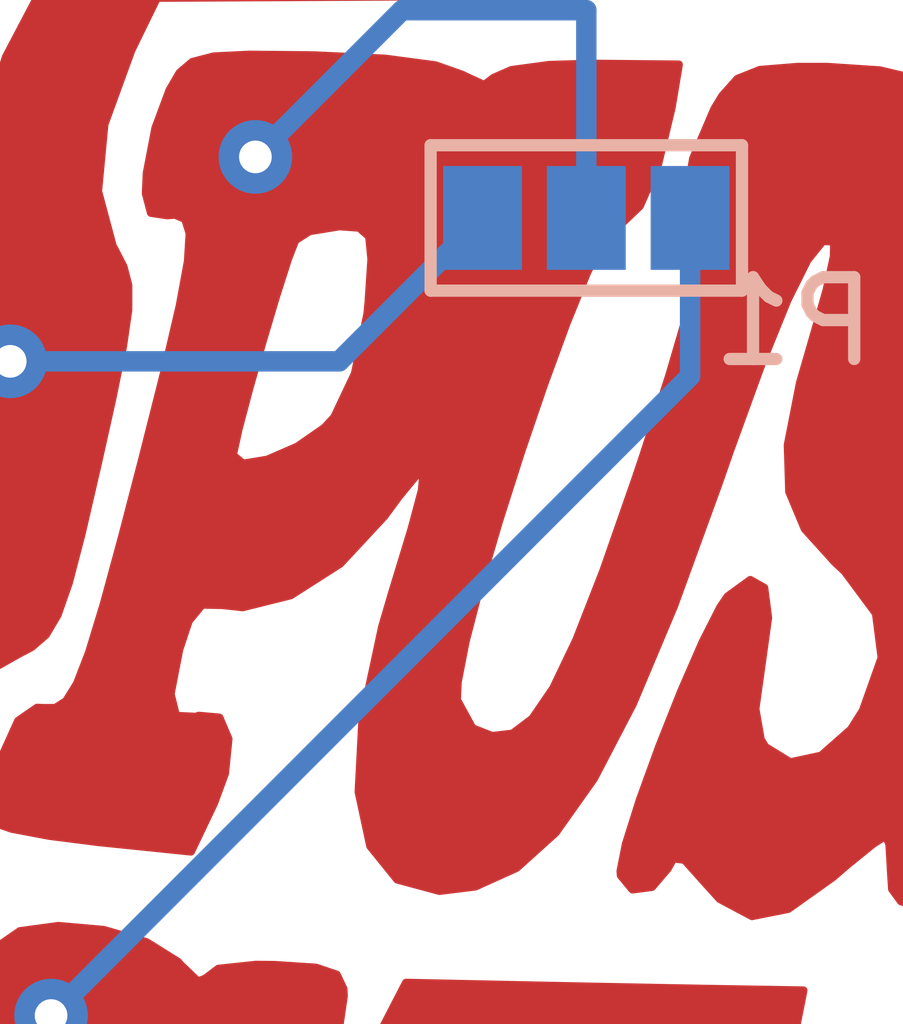
<source format=kicad_pcb>
(kicad_pcb (version 4) (host pcbnew "(2015-05-05 BZR 5645)-product")

  (general
    (links 3)
    (no_connects 0)
    (area 0 0 0 0)
    (thickness 1.6)
    (drawings 0)
    (tracks 7)
    (zones 0)
    (modules 2)
    (nets 4)
  )

  (page A4)
  (layers
    (0 F.Cu signal hide)
    (31 B.Cu signal)
    (32 B.Adhes user)
    (33 F.Adhes user)
    (34 B.Paste user)
    (35 F.Paste user)
    (36 B.SilkS user)
    (37 F.SilkS user)
    (38 B.Mask user)
    (39 F.Mask user)
    (40 Dwgs.User user)
    (41 Cmts.User user)
    (42 Eco1.User user)
    (43 Eco2.User user)
    (44 Edge.Cuts user)
    (45 Margin user)
    (46 B.CrtYd user)
    (47 F.CrtYd user)
    (48 B.Fab user)
    (49 F.Fab user)
  )

  (setup
    (last_trace_width 0.25)
    (trace_clearance 0.2)
    (zone_clearance 0.508)
    (zone_45_only no)
    (trace_min 0.2)
    (segment_width 0.2)
    (edge_width 0.1)
    (via_size 0.6)
    (via_drill 0.4)
    (via_min_size 0.4)
    (via_min_drill 0.3)
    (uvia_size 0.3)
    (uvia_drill 0.1)
    (uvias_allowed no)
    (uvia_min_size 0.2)
    (uvia_min_drill 0.1)
    (pcb_text_width 0.3)
    (pcb_text_size 1.5 1.5)
    (mod_edge_width 0.15)
    (mod_text_size 1 1)
    (mod_text_width 0.15)
    (pad_size 1.5 1.5)
    (pad_drill 0.6)
    (pad_to_mask_clearance 0)
    (aux_axis_origin 0 0)
    (visible_elements FFFFFF7F)
    (pcbplotparams
      (layerselection 0x00030_80000001)
      (usegerberextensions false)
      (excludeedgelayer true)
      (linewidth 0.100000)
      (plotframeref false)
      (viasonmask false)
      (mode 1)
      (useauxorigin false)
      (hpglpennumber 1)
      (hpglpenspeed 20)
      (hpglpendiameter 15)
      (hpglpenoverlay 2)
      (psnegative false)
      (psa4output false)
      (plotreference true)
      (plotvalue true)
      (plotinvisibletext false)
      (padsonsilk false)
      (subtractmaskfromsilk false)
      (outputformat 1)
      (mirror false)
      (drillshape 1)
      (scaleselection 1)
      (outputdirectory ""))
  )

  (net 0 "")
  (net 1 "Net-(P1-Pad1)")
  (net 2 GND)
  (net 3 /antennae)

  (net_class Default "This is the default net class."
    (clearance 0.2)
    (trace_width 0.25)
    (via_dia 0.6)
    (via_drill 0.4)
    (uvia_dia 0.3)
    (uvia_drill 0.1)
    (add_net /antennae)
    (add_net GND)
    (add_net "Net-(P1-Pad1)")
  )

  (module Connect:GS3 (layer B.Cu) (tedit 554B6B2A) (tstamp 554B6AFD)
    (at 146.05 95.25 90)
    (descr "Pontet Goute de soudure")
    (path /554741E4)
    (attr virtual)
    (fp_text reference P1 (at -1.27 2.54 360) (layer B.SilkS)
      (effects (font (size 1 1) (thickness 0.15)) (justify mirror))
    )
    (fp_text value Connector (at -2.54 0 360) (layer B.Fab)
      (effects (font (size 1 1) (thickness 0.15)) (justify mirror))
    )
    (fp_line (start -0.889 1.905) (end -0.889 -1.905) (layer B.SilkS) (width 0.15))
    (fp_line (start -0.889 -1.905) (end 0.889 -1.905) (layer B.SilkS) (width 0.15))
    (fp_line (start 0.889 -1.905) (end 0.889 1.905) (layer B.SilkS) (width 0.15))
    (fp_line (start -0.889 1.905) (end 0.889 1.905) (layer B.SilkS) (width 0.15))
    (pad 1 smd rect (at 0 1.27 90) (size 1.27 0.9652) (layers B.Cu B.Paste B.Mask)
      (net 1 "Net-(P1-Pad1)"))
    (pad 2 smd rect (at 0 0 90) (size 1.27 0.9652) (layers B.Cu B.Paste B.Mask)
      (net 2 GND))
    (pad 3 smd rect (at 0 -1.27 90) (size 1.27 0.9652) (layers B.Cu B.Paste B.Mask)
      (net 3 /antennae))
  )

  (module PushPull:pushPullThumbPad-Cu-final (layer F.Cu) (tedit 554B64F7) (tstamp 554B6B04)
    (at 148.5011 105.0036)
    (descr CapSense)
    (tags CapSense)
    (path /554B65CC)
    (fp_text reference P2 (at 15.5 -13.5) (layer F.SilkS) hide
      (effects (font (thickness 0.3)))
    )
    (fp_text value CapSense (at 11 11) (layer F.SilkS) hide
      (effects (font (thickness 0.3)))
    )
    (fp_poly (pts (xy 13.164155 -11.102936) (xy 13.153558 -10.612931) (xy 13.052071 -10.260292) (xy 12.819358 -9.654641)
      (xy 12.476742 -8.845332) (xy 12.045544 -7.881719) (xy 11.66867 -7.073802) (xy 11.66867 -10.890486)
      (xy 11.653096 -11.51555) (xy 11.429607 -12.033211) (xy 10.993274 -12.379711) (xy 10.783159 -12.450269)
      (xy 10.547282 -12.466431) (xy 10.005447 -12.479927) (xy 9.190353 -12.49061) (xy 8.134699 -12.498333)
      (xy 6.871186 -12.502948) (xy 5.432511 -12.504307) (xy 3.851375 -12.502262) (xy 2.160476 -12.496665)
      (xy 1.354667 -12.492857) (xy -7.704666 -12.446) (xy -8.017959 -11.804693) (xy -8.347663 -10.898781)
      (xy -8.425473 -10.080163) (xy -8.246162 -9.410083) (xy -8.225535 -9.373219) (xy -8.11373 -9.155915)
      (xy -8.055351 -8.930513) (xy -8.055421 -8.630844) (xy -8.118965 -8.190741) (xy -8.251005 -7.544035)
      (xy -8.422912 -6.773333) (xy -8.625489 -5.896753) (xy -8.78321 -5.291742) (xy -8.920994 -4.898473)
      (xy -9.063765 -4.657115) (xy -9.236443 -4.507839) (xy -9.403651 -4.418859) (xy -9.78768 -4.201989)
      (xy -10.018983 -4.007824) (xy -10.021818 -4.003624) (xy -10.150491 -3.654075) (xy -10.23712 -3.141558)
      (xy -10.271617 -2.597754) (xy -10.243894 -2.154345) (xy -10.177727 -1.968694) (xy -10.108814 -1.740261)
      (xy -10.183198 -1.342605) (xy -10.412638 -0.713247) (xy -10.415149 -0.707065) (xy -10.696614 0.073005)
      (xy -10.824227 0.637022) (xy -10.793299 0.955172) (xy -10.686117 1.016) (xy -10.505036 1.124453)
      (xy -10.429602 1.468976) (xy -10.458501 2.078317) (xy -10.59042 2.981225) (xy -10.595105 3.008258)
      (xy -10.809858 3.982886) (xy -11.070588 4.741532) (xy -11.251178 5.08) (xy -11.645528 5.766665)
      (xy -11.794452 6.328758) (xy -11.71739 6.852755) (xy -11.674867 6.964715) (xy -11.411634 7.334717)
      (xy -10.982162 7.692404) (xy -10.480995 7.985537) (xy -10.002678 8.161877) (xy -9.641757 8.169184)
      (xy -9.568196 8.128716) (xy -9.36354 8.050086) (xy -9.242078 8.255079) (xy -9.180963 8.380597)
      (xy -9.057521 8.514086) (xy -8.840965 8.671054) (xy -8.500506 8.867012) (xy -8.005355 9.117472)
      (xy -7.324725 9.437944) (xy -6.427827 9.843937) (xy -5.283873 10.350964) (xy -3.862074 10.974535)
      (xy -3.725333 11.034323) (xy -2.653806 11.495277) (xy -1.671202 11.903828) (xy -0.824224 12.241693)
      (xy -0.159572 12.490586) (xy 0.276051 12.632225) (xy 0.420976 12.657619) (xy 0.674786 12.502832)
      (xy 1.068694 12.11279) (xy 1.557015 11.535399) (xy 1.833852 11.176) (xy 2.66477 10.030067)
      (xy 3.272513 9.103244) (xy 3.666778 8.368741) (xy 3.85726 7.799768) (xy 3.853655 7.369536)
      (xy 3.66566 7.051254) (xy 3.395076 6.862348) (xy 2.941106 6.679237) (xy 2.558403 6.604)
      (xy 2.276039 6.564098) (xy 2.166565 6.413776) (xy 2.235985 6.107109) (xy 2.490303 5.598172)
      (xy 2.748068 5.153173) (xy 3.148901 4.494194) (xy 3.439294 4.081323) (xy 3.675098 3.865643)
      (xy 3.912166 3.798233) (xy 4.206352 3.830176) (xy 4.249042 3.838541) (xy 4.522873 3.853368)
      (xy 4.768925 3.736253) (xy 5.062955 3.43259) (xy 5.380308 3.023103) (xy 6.075223 1.995862)
      (xy 6.519783 1.118075) (xy 6.707132 0.407234) (xy 6.630411 -0.119167) (xy 6.619972 -0.139491)
      (xy 6.566873 -0.430464) (xy 6.77988 -0.642124) (xy 7.242989 -1.119539) (xy 7.522141 -1.816017)
      (xy 7.585845 -2.648214) (xy 7.577521 -2.753187) (xy 7.558762 -3.114038) (xy 7.591052 -3.462304)
      (xy 7.695049 -3.864191) (xy 7.891407 -4.385908) (xy 8.200784 -5.093663) (xy 8.532927 -5.815478)
      (xy 8.976848 -6.768292) (xy 9.309738 -7.466191) (xy 9.563873 -7.961113) (xy 9.771529 -8.304995)
      (xy 9.964983 -8.549774) (xy 10.17651 -8.747388) (xy 10.438386 -8.949774) (xy 10.51717 -9.008443)
      (xy 11.09578 -9.573176) (xy 11.481256 -10.221776) (xy 11.66867 -10.890486) (xy 11.66867 -7.073802)
      (xy 11.547085 -6.813155) (xy 11.202139 -6.096) (xy 9.721542 -2.990554) (xy 8.262452 0.191995)
      (xy 6.866386 3.357754) (xy 5.574862 6.412831) (xy 4.575522 8.89) (xy 4.154233 9.945798)
      (xy 3.754599 10.918086) (xy 3.399122 11.754376) (xy 3.110305 12.402181) (xy 2.910651 12.809012)
      (xy 2.857574 12.897133) (xy 2.329243 13.40491) (xy 1.613898 13.785229) (xy 0.828594 13.997909)
      (xy 0.090385 14.002772) (xy -0.169333 13.936146) (xy -0.439434 13.825735) (xy -0.972791 13.597081)
      (xy -1.723626 13.270483) (xy -2.646163 12.866237) (xy -3.694624 12.404642) (xy -4.823232 11.905997)
      (xy -5.986209 11.390598) (xy -7.137779 10.878744) (xy -8.232163 10.390733) (xy -9.223586 9.946862)
      (xy -10.066268 9.56743) (xy -10.714434 9.272735) (xy -11.122306 9.083075) (xy -11.201628 9.044354)
      (xy -11.846738 8.671872) (xy -12.325225 8.261607) (xy -12.65109 7.765444) (xy -12.83833 7.135266)
      (xy -12.900947 6.322956) (xy -12.852939 5.280399) (xy -12.708305 3.959479) (xy -12.699982 3.894528)
      (xy -12.486289 2.370355) (xy -12.220221 0.690053) (xy -11.912865 -1.09136) (xy -11.575307 -2.918864)
      (xy -11.218632 -4.737442) (xy -10.853929 -6.492075) (xy -10.492282 -8.127744) (xy -10.144778 -9.589431)
      (xy -9.822504 -10.822117) (xy -9.553942 -11.718438) (xy -9.103979 -12.573373) (xy -8.410647 -13.253961)
      (xy -7.551127 -13.686892) (xy -7.451035 -13.715901) (xy -7.103779 -13.762955) (xy -6.44335 -13.800734)
      (xy -5.46565 -13.829296) (xy -4.166578 -13.848697) (xy -2.542035 -13.858996) (xy -0.587922 -13.860249)
      (xy 1.699861 -13.852512) (xy 2.173441 -13.850026) (xy 11.116507 -13.800667) (xy 11.803072 -13.346173)
      (xy 12.479363 -12.728097) (xy 12.948659 -11.948775) (xy 13.164155 -11.102936) (xy 13.164155 -11.102936)) (layer F.Cu) (width 0.1))
    (fp_poly (pts (xy 5.997868 0.493138) (xy 5.784244 1.044954) (xy 5.77203 1.070307) (xy 5.272806 1.883984)
      (xy 4.679769 2.502179) (xy 4.050436 2.874916) (xy 3.593303 2.963333) (xy 3.339162 2.974404)
      (xy 3.128595 3.037552) (xy 2.918829 3.197676) (xy 2.667092 3.499677) (xy 2.330613 3.988457)
      (xy 1.866619 4.708915) (xy 1.738285 4.910667) (xy 1.193389 5.773415) (xy 0.632011 6.671626)
      (xy 0.121242 7.497436) (xy -0.262833 8.128) (xy -1.0261 9.398) (xy -0.663624 9.694333)
      (xy -0.270219 9.936885) (xy 0.094372 9.959766) (xy 0.471392 9.739719) (xy 0.902085 9.25349)
      (xy 1.390834 8.53593) (xy 1.779461 8.054935) (xy 2.220003 7.700375) (xy 2.637679 7.513264)
      (xy 2.957707 7.534612) (xy 3.051275 7.625298) (xy 3.075012 7.968658) (xy 2.86013 8.478908)
      (xy 2.429616 9.107865) (xy 2.226865 9.353381) (xy 1.873711 9.785108) (xy 1.427982 10.359343)
      (xy 1.039357 10.879667) (xy 0.617352 11.399733) (xy 0.257483 11.736069) (xy 0.036992 11.835153)
      (xy -0.264052 11.743672) (xy -0.732623 11.52714) (xy -1.100666 11.327172) (xy -1.773645 10.986042)
      (xy -2.515158 10.679273) (xy -2.83403 10.572006) (xy -3.456682 10.349527) (xy -4.201699 10.032338)
      (xy -4.836001 9.725321) (xy -5.411705 9.441398) (xy -5.890617 9.234352) (xy -6.177664 9.144911)
      (xy -6.192971 9.144) (xy -6.380137 9.009319) (xy -6.426424 8.682711) (xy -6.331596 8.280332)
      (xy -6.195205 8.034579) (xy -5.897629 7.77591) (xy -5.674432 7.705881) (xy -5.55239 7.665014)
      (xy -5.412231 7.520919) (xy -5.237421 7.239826) (xy -5.011428 6.787961) (xy -4.717721 6.131553)
      (xy -4.339767 5.23683) (xy -3.861034 4.07002) (xy -3.697663 3.667723) (xy -3.427366 2.979467)
      (xy -3.222411 2.41562) (xy -3.106376 2.043867) (xy -3.092674 1.930881) (xy -3.289986 1.911519)
      (xy -3.670156 1.961749) (xy -3.68843 1.965352) (xy -3.881614 2.017569) (xy -4.04686 2.117844)
      (xy -4.209109 2.310897) (xy -4.393302 2.641444) (xy -4.624381 3.154206) (xy -4.927285 3.893899)
      (xy -5.324207 4.898243) (xy -5.833441 6.149476) (xy -6.268407 7.10713) (xy -6.649549 7.802781)
      (xy -6.99731 8.268006) (xy -7.332133 8.534378) (xy -7.674462 8.633474) (xy -7.74417 8.636)
      (xy -8.17833 8.549486) (xy -8.462237 8.275269) (xy -8.59698 7.791335) (xy -8.583647 7.075669)
      (xy -8.423327 6.106256) (xy -8.117107 4.861084) (xy -7.958666 4.296994) (xy -7.716021 3.430621)
      (xy -7.513479 2.658872) (xy -7.368056 2.050389) (xy -7.296771 1.673816) (xy -7.292477 1.609735)
      (xy -7.335061 1.570519) (xy -7.434784 1.80806) (xy -7.550825 2.201333) (xy -7.874601 3.224158)
      (xy -8.243999 4.058068) (xy -8.30593 4.153345) (xy -8.30593 1.419303) (xy -8.438819 1.086327)
      (xy -8.610006 1.016) (xy -8.791214 1.081839) (xy -8.940472 1.320604) (xy -9.087156 1.794165)
      (xy -9.191404 2.240637) (xy -9.325183 2.931781) (xy -9.358365 3.354387) (xy -9.293918 3.56236)
      (xy -9.265411 3.585618) (xy -8.975637 3.599525) (xy -8.701475 3.308617) (xy -8.474158 2.746382)
      (xy -8.47051 2.733338) (xy -8.31523 1.983866) (xy -8.30593 1.419303) (xy -8.30593 4.153345)
      (xy -8.63377 4.657708) (xy -9.018665 4.977722) (xy -9.114065 5.009362) (xy -9.53187 5.1072)
      (xy -9.779 5.173495) (xy -9.92647 5.351784) (xy -9.986646 5.667646) (xy -9.952459 5.967037)
      (xy -9.821333 6.096) (xy -9.70249 6.238387) (xy -9.658605 6.5731) (xy -9.692986 6.961462)
      (xy -9.793979 7.242872) (xy -10.031771 7.345338) (xy -10.405087 7.275147) (xy -10.796989 7.08538)
      (xy -11.090534 6.829114) (xy -11.176 6.615577) (xy -11.102862 6.119385) (xy -10.912885 5.812426)
      (xy -10.764084 5.757333) (xy -10.640744 5.595335) (xy -10.477055 5.131155) (xy -10.283016 4.397513)
      (xy -10.104177 3.598333) (xy -9.880301 2.497021) (xy -9.736279 1.692699) (xy -9.669247 1.153951)
      (xy -9.676342 0.849356) (xy -9.754699 0.747497) (xy -9.847122 0.777938) (xy -9.938143 0.713091)
      (xy -9.953442 0.420801) (xy -9.904914 0.00076) (xy -9.804458 -0.447339) (xy -9.663972 -0.823803)
      (xy -9.653593 -0.843689) (xy -9.381477 -1.031549) (xy -8.912005 -1.095469) (xy -8.358234 -1.046933)
      (xy -7.833222 -0.897427) (xy -7.450023 -0.658434) (xy -7.412098 -0.615992) (xy -7.203988 -0.417378)
      (xy -7.115765 -0.448913) (xy -6.95273 -0.571904) (xy -6.493558 -0.620342) (xy -6.265517 -0.618246)
      (xy -5.758179 -0.584929) (xy -5.505291 -0.49982) (xy -5.422925 -0.32512) (xy -5.418851 -0.236935)
      (xy -5.50393 0.339904) (xy -5.719292 0.941561) (xy -6.004323 1.414301) (xy -6.113142 1.524)
      (xy -6.284035 1.785956) (xy -6.512074 2.30239) (xy -6.773662 2.998878) (xy -7.0452 3.800998)
      (xy -7.30309 4.634326) (xy -7.523733 5.42444) (xy -7.683532 6.096916) (xy -7.758887 6.577333)
      (xy -7.75867 6.713556) (xy -7.628599 7.12354) (xy -7.397392 7.216943) (xy -7.103025 6.985966)
      (xy -7.016961 6.865935) (xy -6.778427 6.414445) (xy -6.499516 5.752311) (xy -6.204587 4.955496)
      (xy -5.917998 4.09996) (xy -5.664106 3.261667) (xy -5.467271 2.51658) (xy -5.351849 1.940659)
      (xy -5.337789 1.629313) (xy -5.315303 1.039084) (xy -5.04506 0.350029) (xy -4.656666 -0.400609)
      (xy -3.217333 -0.370066) (xy -2.390376 -0.353122) (xy -1.545265 -0.336782) (xy -0.85045 -0.324291)
      (xy -0.786341 -0.323224) (xy 0.205318 -0.306925) (xy 0.09947 0.227537) (xy -0.054563 0.689627)
      (xy -0.325248 1.255314) (xy -0.480833 1.524) (xy -0.799256 1.982879) (xy -1.062314 2.200216)
      (xy -1.355738 2.242346) (xy -1.40372 2.238081) (xy -1.575968 2.237403) (xy -1.736697 2.297873)
      (xy -1.906424 2.453994) (xy -2.105667 2.740271) (xy -2.354943 3.191206) (xy -2.674771 3.841302)
      (xy -3.085669 4.725062) (xy -3.608154 5.876989) (xy -3.73485 6.15814) (xy -4.10174 6.979306)
      (xy -4.341882 7.547847) (xy -4.469493 7.919073) (xy -4.498791 8.148295) (xy -4.443993 8.290822)
      (xy -4.319317 8.401963) (xy -4.312855 8.406701) (xy -3.961177 8.583246) (xy -3.650438 8.52627)
      (xy -3.333707 8.206541) (xy -2.964051 7.594829) (xy -2.941459 7.552522) (xy -2.501819 6.821634)
      (xy -2.128403 6.413574) (xy -1.812564 6.320884) (xy -1.634891 6.425375) (xy -1.568628 6.617383)
      (xy -1.654737 6.958888) (xy -1.910156 7.508523) (xy -1.994657 7.670589) (xy -2.317219 8.296573)
      (xy -2.485985 8.683752) (xy -2.51385 8.888125) (xy -2.413705 8.965694) (xy -2.294893 8.974667)
      (xy -2.150659 8.834796) (xy -1.875572 8.45053) (xy -1.500765 7.87489) (xy -1.057372 7.160894)
      (xy -0.576527 6.361562) (xy -0.089363 5.529914) (xy 0.372986 4.71897) (xy 0.779387 3.981749)
      (xy 1.098705 3.371271) (xy 1.299808 2.940555) (xy 1.354667 2.759567) (xy 1.219185 2.563057)
      (xy 1.11066 2.54) (xy 0.862218 2.478745) (xy 0.791934 2.266104) (xy 0.90286 1.858762)
      (xy 1.198047 1.213402) (xy 1.205089 1.199294) (xy 1.600363 0.475617) (xy 1.958256 0.02985)
      (xy 2.351268 -0.180441) (xy 2.851898 -0.197691) (xy 3.412989 -0.093024) (xy 4.104464 0.020653)
      (xy 4.805716 0.061689) (xy 5.126589 0.046136) (xy 5.691919 0.030033) (xy 5.974719 0.166932)
      (xy 5.997868 0.493138) (xy 5.997868 0.493138)) (layer F.Cu) (width 0.1))
    (fp_poly (pts (xy 11.037123 -11.599333) (xy 10.946748 -11.042056) (xy 10.761995 -10.404967) (xy 10.457815 -9.847267)
      (xy 10.093983 -9.454843) (xy 9.74359 -9.313333) (xy 9.364578 -9.227886) (xy 9.187779 -9.101667)
      (xy 9.043224 -8.852795) (xy 8.798127 -8.362512) (xy 8.479306 -7.690842) (xy 8.113576 -6.897808)
      (xy 7.727753 -6.043434) (xy 7.348654 -5.187743) (xy 7.003096 -4.390759) (xy 6.717893 -3.712505)
      (xy 6.519863 -3.213005) (xy 6.435822 -2.952281) (xy 6.434667 -2.939297) (xy 6.540916 -2.752332)
      (xy 6.688667 -2.770569) (xy 6.891192 -2.74156) (xy 6.939065 -2.486791) (xy 6.837769 -2.078915)
      (xy 6.600574 -1.603122) (xy 6.27011 -1.151876) (xy 5.945016 -0.966074) (xy 5.510391 -0.994568)
      (xy 5.334 -1.039319) (xy 4.874638 -1.112143) (xy 4.531182 -1.087054) (xy 4.198995 -1.055342)
      (xy 4.077991 -1.09202) (xy 3.987865 -1.324287) (xy 4.070465 -1.719157) (xy 4.285943 -2.175588)
      (xy 4.594457 -2.592538) (xy 4.715755 -2.709333) (xy 5.18318 -3.243418) (xy 5.627825 -3.975083)
      (xy 5.9687 -4.768283) (xy 6.001017 -4.868333) (xy 6.04583 -5.10068) (xy 5.939866 -5.212348)
      (xy 5.607555 -5.24711) (xy 5.343276 -5.249333) (xy 4.910667 -5.249333) (xy 4.910667 -9.229944)
      (xy 4.777468 -9.417792) (xy 4.55368 -9.426062) (xy 4.227248 -9.218108) (xy 3.867586 -8.684264)
      (xy 3.749346 -8.453458) (xy 3.436562 -7.910796) (xy 3.158395 -7.599255) (xy 2.951204 -7.535689)
      (xy 2.851347 -7.736952) (xy 2.864626 -8.043333) (xy 2.947171 -8.781736) (xy 2.939154 -9.250473)
      (xy 2.829586 -9.509068) (xy 2.607475 -9.617043) (xy 2.573013 -9.622666) (xy 2.11047 -9.569166)
      (xy 1.75927 -9.238009) (xy 1.51278 -8.686668) (xy 1.413746 -8.331907) (xy 1.437568 -8.077698)
      (xy 1.62846 -7.814521) (xy 2.012118 -7.449775) (xy 2.424557 -7.038724) (xy 2.632309 -6.699362)
      (xy 2.701609 -6.300164) (xy 2.705314 -6.073229) (xy 2.635463 -5.507197) (xy 2.459175 -4.814317)
      (xy 2.282765 -4.318) (xy 2.03066 -3.692238) (xy 1.90602 -3.315193) (xy 1.903475 -3.124059)
      (xy 2.017653 -3.056025) (xy 2.174153 -3.048) (xy 2.467059 -3.191451) (xy 2.698922 -3.513667)
      (xy 2.926002 -4.033508) (xy 3.214103 -4.728213) (xy 3.539047 -5.535297) (xy 3.876657 -6.392272)
      (xy 4.202756 -7.236652) (xy 4.493165 -8.005949) (xy 4.723709 -8.637677) (xy 4.870208 -9.069349)
      (xy 4.910667 -9.229944) (xy 4.910667 -5.249333) (xy 4.56773 -5.249333) (xy 4.146532 -4.29693)
      (xy 3.868042 -3.621869) (xy 3.746529 -3.188975) (xy 3.773151 -2.945117) (xy 3.905232 -2.846923)
      (xy 3.996434 -2.679) (xy 3.893446 -2.282788) (xy 3.623237 -1.710196) (xy 3.2958 -1.391384)
      (xy 2.816228 -1.268846) (xy 2.23064 -1.275253) (xy 1.686787 -1.320881) (xy 1.40055 -1.39722)
      (xy 1.291062 -1.546096) (xy 1.276675 -1.768648) (xy 1.258456 -2.09162) (xy 1.214363 -2.201333)
      (xy 1.057571 -2.09988) (xy 0.740739 -1.843346) (xy 0.566796 -1.693333) (xy 0.020556 -1.304804)
      (xy -0.423891 -1.216329) (xy -0.817691 -1.425797) (xy -1.001392 -1.628556) (xy -1.248716 -1.904809)
      (xy -1.386457 -1.922213) (xy -1.455132 -1.79789) (xy -1.647895 -1.572993) (xy -1.886216 -1.542164)
      (xy -2.027777 -1.713162) (xy -2.032 -1.766448) (xy -1.966941 -2.094885) (xy -1.796669 -2.634796)
      (xy -1.55854 -3.29046) (xy -1.289911 -3.966155) (xy -1.028138 -4.566161) (xy -0.810578 -4.994756)
      (xy -0.721278 -5.124998) (xy -0.444375 -5.326227) (xy -0.274507 -5.230127) (xy -0.227027 -4.865392)
      (xy -0.300174 -4.337933) (xy -0.382406 -3.750278) (xy -0.317374 -3.377329) (xy -0.262194 -3.28457)
      (xy 0.045178 -3.096239) (xy 0.423049 -3.177773) (xy 0.787102 -3.497829) (xy 0.933191 -3.728925)
      (xy 1.162912 -4.375185) (xy 1.093239 -4.91758) (xy 0.709492 -5.434286) (xy 0.592667 -5.542393)
      (xy 0.222591 -5.950957) (xy 0.03208 -6.405559) (xy 0.014497 -6.976822) (xy 0.163202 -7.735373)
      (xy 0.331824 -8.317312) (xy 0.489107 -8.8709) (xy 0.578618 -9.28474) (xy 0.581792 -9.465319)
      (xy 0.442012 -9.471453) (xy 0.254165 -9.238382) (xy 0.00856 -8.745828) (xy -0.304496 -7.973514)
      (xy -0.694694 -6.901163) (xy -0.831493 -6.508523) (xy -1.378623 -5.006415) (xy -1.88157 -3.811204)
      (xy -2.358191 -2.896852) (xy -2.826343 -2.237322) (xy -3.303883 -1.806574) (xy -3.808667 -1.578571)
      (xy -4.249422 -1.524633) (xy -4.764117 -1.663806) (xy -5.094032 -2.072309) (xy -5.236599 -2.734005)
      (xy -5.189251 -3.632752) (xy -4.949421 -4.75241) (xy -4.828518 -5.164667) (xy -4.591438 -5.942503)
      (xy -4.462388 -6.423922) (xy -4.44386 -6.634308) (xy -4.538348 -6.599049) (xy -4.748341 -6.343527)
      (xy -4.921166 -6.108379) (xy -5.080013 -5.937643) (xy -5.080013 -9.247908) (xy -5.107583 -9.527447)
      (xy -5.229896 -9.634672) (xy -5.472371 -9.652) (xy -5.839751 -9.591606) (xy -6.012773 -9.480336)
      (xy -6.100938 -9.253057) (xy -6.244665 -8.803717) (xy -6.413746 -8.236831) (xy -6.577973 -7.656915)
      (xy -6.707138 -7.168485) (xy -6.771034 -6.876057) (xy -6.773333 -6.848896) (xy -6.650716 -6.747986)
      (xy -6.353068 -6.797326) (xy -5.985699 -6.957152) (xy -5.653915 -7.187701) (xy -5.534594 -7.316644)
      (xy -5.282072 -7.849441) (xy -5.128967 -8.580992) (xy -5.115878 -8.713644) (xy -5.080013 -9.247908)
      (xy -5.080013 -5.937643) (xy -5.462418 -5.526615) (xy -6.06871 -5.139644) (xy -6.656634 -4.993231)
      (xy -6.903476 -5.020687) (xy -7.152148 -5.025671) (xy -7.315748 -4.826656) (xy -7.431809 -4.47737)
      (xy -7.537825 -3.932742) (xy -7.471737 -3.664199) (xy -7.228009 -3.652952) (xy -7.192671 -3.665631)
      (xy -6.941044 -3.643191) (xy -6.829895 -3.382838) (xy -6.872419 -2.960498) (xy -7.006819 -2.596173)
      (xy -7.28835 -2.005796) (xy -8.427842 -2.12252) (xy -9.023563 -2.198541) (xy -9.481524 -2.28473)
      (xy -9.699398 -2.360821) (xy -9.733052 -2.58267) (xy -9.657281 -2.990211) (xy -9.609845 -3.146198)
      (xy -9.402772 -3.6033) (xy -9.172092 -3.76332) (xy -9.096556 -3.760192) (xy -8.946962 -3.760667)
      (xy -8.814726 -3.845877) (xy -8.683239 -4.057583) (xy -8.535891 -4.437546) (xy -8.356071 -5.027526)
      (xy -8.127171 -5.869282) (xy -7.880944 -6.816515) (xy -7.609345 -7.891071) (xy -7.425476 -8.680226)
      (xy -7.325194 -9.224546) (xy -7.304357 -9.564595) (xy -7.358822 -9.74094) (xy -7.484447 -9.794146)
      (xy -7.577666 -9.786423) (xy -7.777675 -9.816081) (xy -7.839827 -10.052509) (xy -7.829247 -10.300088)
      (xy -7.722611 -10.853608) (xy -7.550499 -11.316088) (xy -7.426137 -11.528975) (xy -7.271699 -11.660314)
      (xy -7.012507 -11.727908) (xy -6.57388 -11.749557) (xy -5.881139 -11.743065) (xy -5.767688 -11.741067)
      (xy -4.913313 -11.700963) (xy -4.295811 -11.619168) (xy -3.964676 -11.502335) (xy -3.959198 -11.497956)
      (xy -3.69961 -11.378276) (xy -3.585427 -11.466135) (xy -3.365823 -11.561865) (xy -2.90652 -11.623922)
      (xy -2.395303 -11.639437) (xy -1.319272 -11.629047) (xy -1.406773 -11.10619) (xy -1.575289 -10.399009)
      (xy -1.797293 -9.898276) (xy -2.04453 -9.662624) (xy -2.107562 -9.652) (xy -2.240962 -9.499216)
      (xy -2.443159 -9.082846) (xy -2.693202 -8.465863) (xy -2.97014 -7.711239) (xy -3.253024 -6.881947)
      (xy -3.520901 -6.040959) (xy -3.752822 -5.251248) (xy -3.927835 -4.575788) (xy -4.024992 -4.077549)
      (xy -4.03447 -3.860165) (xy -3.844618 -3.512466) (xy -3.602661 -3.41779) (xy -3.353183 -3.447091)
      (xy -3.110282 -3.63072) (xy -2.856029 -4.001927) (xy -2.572494 -4.593962) (xy -2.241746 -5.440073)
      (xy -1.845857 -6.57351) (xy -1.755305 -6.843534) (xy -1.437887 -7.820416) (xy -1.230527 -8.528066)
      (xy -1.122536 -9.013665) (xy -1.103225 -9.324391) (xy -1.154355 -9.495989) (xy -1.241907 -9.911772)
      (xy -1.143628 -10.480243) (xy -0.883306 -11.088088) (xy -0.786916 -11.246405) (xy -0.601299 -11.453943)
      (xy -0.327535 -11.562989) (xy 0.132128 -11.600443) (xy 0.499047 -11.600279) (xy 1.142754 -11.5578)
      (xy 1.560502 -11.458303) (xy 1.674203 -11.376287) (xy 1.83862 -11.280806) (xy 2.124661 -11.421876)
      (xy 2.241145 -11.509637) (xy 2.799247 -11.817824) (xy 3.281377 -11.833004) (xy 3.640784 -11.560978)
      (xy 3.759112 -11.321225) (xy 3.944606 -10.789116) (xy 4.179044 -11.236558) (xy 4.416075 -11.536193)
      (xy 4.679731 -11.682589) (xy 4.871331 -11.639581) (xy 4.910667 -11.504673) (xy 5.016782 -11.415084)
      (xy 5.122334 -11.459747) (xy 5.391399 -11.52869) (xy 5.888932 -11.578073) (xy 6.477 -11.596741)
      (xy 7.087467 -11.587851) (xy 7.432701 -11.543839) (xy 7.585832 -11.443914) (xy 7.62 -11.271796)
      (xy 7.533557 -10.837611) (xy 7.316387 -10.322912) (xy 7.031734 -9.842473) (xy 6.74284 -9.511064)
      (xy 6.607639 -9.434554) (xy 6.403773 -9.31463) (xy 6.190588 -9.030271) (xy 5.938556 -8.530598)
      (xy 5.618153 -7.764731) (xy 5.574098 -7.653513) (xy 5.502915 -7.425912) (xy 5.571573 -7.317304)
      (xy 5.850395 -7.29404) (xy 6.281856 -7.314847) (xy 7.14337 -7.366) (xy 7.53209 -8.287606)
      (xy 7.751589 -8.875881) (xy 7.81242 -9.257254) (xy 7.738392 -9.501311) (xy 7.656727 -9.79506)
      (xy 7.753738 -10.211351) (xy 7.868144 -10.485679) (xy 8.145155 -11.023002) (xy 8.442884 -11.35158)
      (xy 8.852329 -11.522123) (xy 9.464488 -11.585338) (xy 9.854271 -11.592431) (xy 11.037123 -11.599333)
      (xy 11.037123 -11.599333)) (layer F.Cu) (width 0.1))
    (pad 2 thru_hole circle (at -6.5 -10.5) (size 0.9 0.9) (drill 0.4) (layers *.Cu B.Mask)
      (net 2 GND))
    (pad 1 thru_hole circle (at -9.5 -8) (size 0.9 0.9) (drill 0.4) (layers *.Cu B.Mask)
      (net 3 /antennae))
    (pad 3 thru_hole circle (at -9 0) (size 0.9 0.9) (drill 0.4) (layers *.Cu B.Mask)
      (net 1 "Net-(P1-Pad1)"))
  )

  (segment (start 147.32 95.25) (end 147.32 97.1847) (width 0.25) (layer B.Cu) (net 1) (status 400000))
  (segment (start 147.32 97.1847) (end 139.5011 105.0036) (width 0.25) (layer B.Cu) (net 1) (tstamp 554B6C7A) (status 800000))
  (segment (start 146.05 95.25) (end 146.05 92.71) (width 0.25) (layer B.Cu) (net 2))
  (segment (start 143.7947 92.71) (end 142.0011 94.5036) (width 0.25) (layer B.Cu) (net 2) (tstamp 554B6C41))
  (segment (start 146.05 92.71) (end 143.7947 92.71) (width 0.25) (layer B.Cu) (net 2) (tstamp 554B6C3C))
  (segment (start 143.0264 97.0036) (end 139.0011 97.0036) (width 0.25) (layer B.Cu) (net 3) (tstamp 554B6C4D))
  (segment (start 144.78 95.25) (end 143.0264 97.0036) (width 0.25) (layer B.Cu) (net 3))

)

</source>
